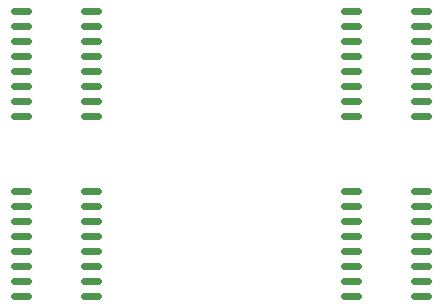
<source format=gtp>
G04 Layer: TopPasteMaskLayer*
G04 EasyEDA v6.3.39, 2020-04-21T17:53:27+02:00*
G04 2b193ae985c243da8a3a613e667a09fd,91cc4837159741479c5be70faa949f3f,10*
G04 Gerber Generator version 0.2*
G04 Scale: 100 percent, Rotated: No, Reflected: No *
G04 Dimensions in millimeters *
G04 leading zeros omitted , absolute positions ,3 integer and 3 decimal *
%FSLAX33Y33*%
%MOMM*%
G90*
G71D02*

%ADD12C,0.599999*%

%LPD*%
G54D12*
G01X40471Y20955D02*
G01X41671Y20955D01*
G01X40471Y22225D02*
G01X41671Y22225D01*
G01X40471Y23495D02*
G01X41671Y23495D01*
G01X40471Y24765D02*
G01X41671Y24765D01*
G01X40471Y26035D02*
G01X41671Y26035D01*
G01X40471Y27305D02*
G01X41671Y27305D01*
G01X40471Y28575D02*
G01X41671Y28575D01*
G01X40471Y29845D02*
G01X41671Y29845D01*
G01X34528Y20955D02*
G01X35728Y20955D01*
G01X34528Y22225D02*
G01X35728Y22225D01*
G01X34528Y23495D02*
G01X35728Y23495D01*
G01X34528Y24765D02*
G01X35728Y24765D01*
G01X34528Y26035D02*
G01X35728Y26035D01*
G01X34528Y27305D02*
G01X35728Y27305D01*
G01X34528Y28575D02*
G01X35728Y28575D01*
G01X34528Y29845D02*
G01X35728Y29845D01*
G01X68411Y20955D02*
G01X69611Y20955D01*
G01X68411Y22225D02*
G01X69611Y22225D01*
G01X68411Y23495D02*
G01X69611Y23495D01*
G01X68411Y24765D02*
G01X69611Y24765D01*
G01X68411Y26035D02*
G01X69611Y26035D01*
G01X68411Y27305D02*
G01X69611Y27305D01*
G01X68411Y28575D02*
G01X69611Y28575D01*
G01X68411Y29845D02*
G01X69611Y29845D01*
G01X62468Y20955D02*
G01X63668Y20955D01*
G01X62468Y22225D02*
G01X63668Y22225D01*
G01X62468Y23495D02*
G01X63668Y23495D01*
G01X62468Y24765D02*
G01X63668Y24765D01*
G01X62468Y26035D02*
G01X63668Y26035D01*
G01X62468Y27305D02*
G01X63668Y27305D01*
G01X62468Y28575D02*
G01X63668Y28575D01*
G01X62468Y29845D02*
G01X63668Y29845D01*
G01X40471Y5715D02*
G01X41671Y5715D01*
G01X40471Y6985D02*
G01X41671Y6985D01*
G01X40471Y8255D02*
G01X41671Y8255D01*
G01X40471Y9525D02*
G01X41671Y9525D01*
G01X40471Y10795D02*
G01X41671Y10795D01*
G01X40471Y12065D02*
G01X41671Y12065D01*
G01X40471Y13335D02*
G01X41671Y13335D01*
G01X40471Y14605D02*
G01X41671Y14605D01*
G01X34528Y5715D02*
G01X35728Y5715D01*
G01X34528Y6985D02*
G01X35728Y6985D01*
G01X34528Y8255D02*
G01X35728Y8255D01*
G01X34528Y9525D02*
G01X35728Y9525D01*
G01X34528Y10795D02*
G01X35728Y10795D01*
G01X34528Y12065D02*
G01X35728Y12065D01*
G01X34528Y13335D02*
G01X35728Y13335D01*
G01X34528Y14605D02*
G01X35728Y14605D01*
G01X68411Y5715D02*
G01X69611Y5715D01*
G01X68411Y6985D02*
G01X69611Y6985D01*
G01X68411Y8255D02*
G01X69611Y8255D01*
G01X68411Y9525D02*
G01X69611Y9525D01*
G01X68411Y10795D02*
G01X69611Y10795D01*
G01X68411Y12065D02*
G01X69611Y12065D01*
G01X68411Y13335D02*
G01X69611Y13335D01*
G01X68411Y14605D02*
G01X69611Y14605D01*
G01X62468Y5715D02*
G01X63668Y5715D01*
G01X62468Y6985D02*
G01X63668Y6985D01*
G01X62468Y8255D02*
G01X63668Y8255D01*
G01X62468Y9525D02*
G01X63668Y9525D01*
G01X62468Y10795D02*
G01X63668Y10795D01*
G01X62468Y12065D02*
G01X63668Y12065D01*
G01X62468Y13335D02*
G01X63668Y13335D01*
G01X62468Y14605D02*
G01X63668Y14605D01*
M00*
M02*

</source>
